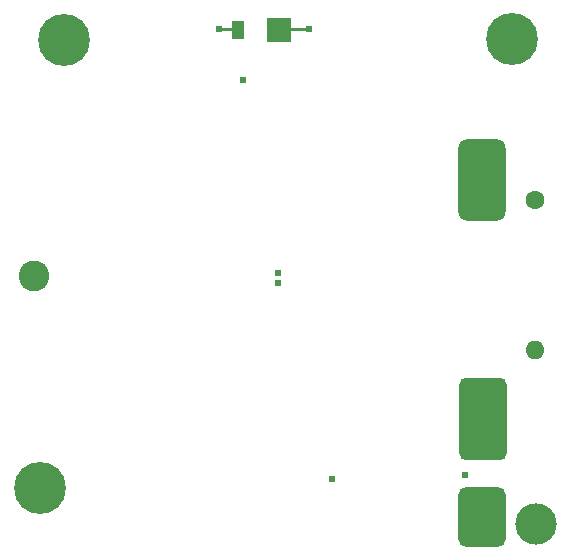
<source format=gbl>
%TF.GenerationSoftware,KiCad,Pcbnew,7.0.10-7.0.10~ubuntu22.04.1*%
%TF.CreationDate,2024-06-11T12:31:41+02:00*%
%TF.ProjectId,PQ_Lat_Board,50515f4c-6174-45f4-926f-6172642e6b69,rev?*%
%TF.SameCoordinates,Original*%
%TF.FileFunction,Copper,L6,Bot*%
%TF.FilePolarity,Positive*%
%FSLAX46Y46*%
G04 Gerber Fmt 4.6, Leading zero omitted, Abs format (unit mm)*
G04 Created by KiCad (PCBNEW 7.0.10-7.0.10~ubuntu22.04.1) date 2024-06-11 12:31:41*
%MOMM*%
%LPD*%
G01*
G04 APERTURE LIST*
G04 Aperture macros list*
%AMRoundRect*
0 Rectangle with rounded corners*
0 $1 Rounding radius*
0 $2 $3 $4 $5 $6 $7 $8 $9 X,Y pos of 4 corners*
0 Add a 4 corners polygon primitive as box body*
4,1,4,$2,$3,$4,$5,$6,$7,$8,$9,$2,$3,0*
0 Add four circle primitives for the rounded corners*
1,1,$1+$1,$2,$3*
1,1,$1+$1,$4,$5*
1,1,$1+$1,$6,$7*
1,1,$1+$1,$8,$9*
0 Add four rect primitives between the rounded corners*
20,1,$1+$1,$2,$3,$4,$5,0*
20,1,$1+$1,$4,$5,$6,$7,0*
20,1,$1+$1,$6,$7,$8,$9,0*
20,1,$1+$1,$8,$9,$2,$3,0*%
G04 Aperture macros list end*
%TA.AperFunction,ComponentPad*%
%ADD10C,4.400000*%
%TD*%
%TA.AperFunction,ComponentPad*%
%ADD11C,3.500000*%
%TD*%
%TA.AperFunction,ComponentPad*%
%ADD12C,2.600000*%
%TD*%
%TA.AperFunction,SMDPad,CuDef*%
%ADD13RoundRect,0.571429X1.428571X-2.928571X1.428571X2.928571X-1.428571X2.928571X-1.428571X-2.928571X0*%
%TD*%
%TA.AperFunction,SMDPad,CuDef*%
%ADD14RoundRect,0.800000X1.200000X-2.700000X1.200000X2.700000X-1.200000X2.700000X-1.200000X-2.700000X0*%
%TD*%
%TA.AperFunction,SMDPad,CuDef*%
%ADD15RoundRect,0.571429X1.428571X-1.928571X1.428571X1.928571X-1.428571X1.928571X-1.428571X-1.928571X0*%
%TD*%
%TA.AperFunction,SMDPad,CuDef*%
%ADD16R,1.000000X1.500000*%
%TD*%
%TA.AperFunction,SMDPad,CuDef*%
%ADD17R,2.000000X2.000000*%
%TD*%
%TA.AperFunction,ComponentPad*%
%ADD18C,1.600000*%
%TD*%
%TA.AperFunction,ComponentPad*%
%ADD19O,1.600000X1.600000*%
%TD*%
%TA.AperFunction,ViaPad*%
%ADD20C,0.610000*%
%TD*%
%TA.AperFunction,Conductor*%
%ADD21C,0.250000*%
%TD*%
G04 APERTURE END LIST*
D10*
%TO.P,H1,1,1*%
%TO.N,GND*%
X81050000Y-46050000D03*
%TD*%
D11*
%TO.P,H3,1,1*%
%TO.N,GND*%
X121000000Y-87000000D03*
%TD*%
D10*
%TO.P,H4,1,1*%
%TO.N,GND*%
X79000000Y-84000000D03*
%TD*%
%TO.P,H2,1,1*%
%TO.N,GND*%
X119000000Y-46000000D03*
%TD*%
D12*
%TO.P,H5,1,1*%
%TO.N,/Antenna Connector*%
X78505200Y-66022400D03*
%TD*%
D13*
%TO.P,SC1,1,-*%
%TO.N,GND*%
X116503600Y-78124000D03*
D14*
X116450000Y-57905600D03*
D15*
%TO.P,SC1,2*%
%TO.N,/SOLAR*%
X116500800Y-86455200D03*
%TD*%
D16*
%TO.P,D1,1*%
%TO.N,/PH-*%
X95771300Y-45221000D03*
D17*
%TO.P,D1,2*%
%TO.N,/PH+*%
X99256800Y-45221000D03*
%TD*%
D18*
%TO.P,THT1,1*%
%TO.N,/BURNCOMMS*%
X120974000Y-59647000D03*
D19*
%TO.P,THT1,2*%
%TO.N,GND*%
X120974000Y-72347000D03*
%TD*%
D20*
%TO.N,/PH-*%
X94151600Y-45169000D03*
%TO.N,/PH+*%
X101771600Y-45169000D03*
%TO.N,GND*%
X115767000Y-60739200D03*
X117697400Y-55151200D03*
X117875200Y-75293400D03*
X117875200Y-80932200D03*
X115767000Y-75293400D03*
X115767000Y-80932200D03*
X116732200Y-78036600D03*
X117697400Y-60739200D03*
X115741600Y-57284800D03*
%TO.N,/SOLAR*%
X115233600Y-84640600D03*
X115233600Y-86418600D03*
X117773600Y-84640600D03*
X117773600Y-88196600D03*
X117773600Y-86418600D03*
X115233600Y-88196600D03*
%TO.N,/VCC_MAG*%
X103752800Y-83243600D03*
X99200000Y-66640000D03*
X96183600Y-49408000D03*
X99201000Y-65760000D03*
X115040000Y-82920000D03*
%TD*%
D21*
%TO.N,/PH-*%
X95719300Y-45169000D02*
X95771300Y-45221000D01*
X94151600Y-45169000D02*
X95719300Y-45169000D01*
%TO.N,/PH+*%
X101771600Y-45169000D02*
X98973300Y-45169000D01*
X98973300Y-45169000D02*
X98921300Y-45221000D01*
%TD*%
M02*

</source>
